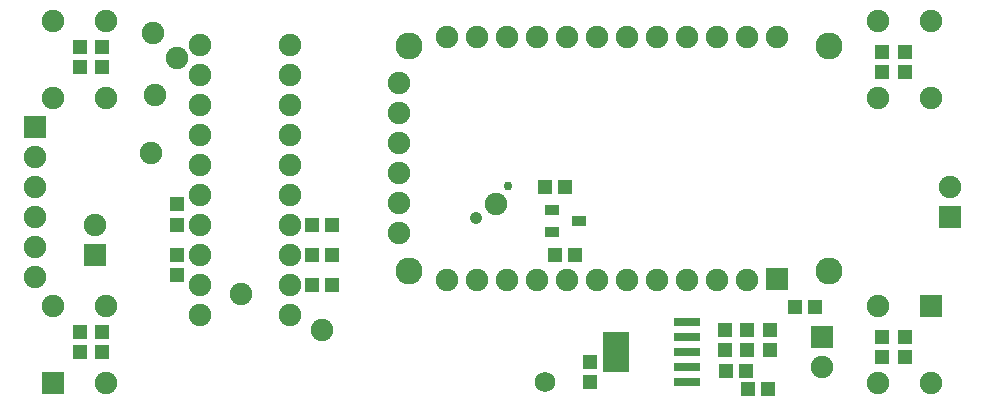
<source format=gbr>
G04 DipTrace 2.4.0.2*
%INBottomMask.gbr*%
%MOIN*%
%ADD31C,0.0295*%
%ADD32C,0.0413*%
%ADD33C,0.09*%
%ADD36R,0.0867X0.134*%
%ADD38R,0.0867X0.0316*%
%ADD40C,0.068*%
%ADD42R,0.0493X0.0336*%
%ADD44C,0.075*%
%ADD46C,0.0749*%
%ADD48R,0.0749X0.0749*%
%ADD54R,0.0513X0.0474*%
%ADD56R,0.0474X0.0513*%
%FSLAX44Y44*%
G04*
G70*
G90*
G75*
G01*
%LNBotMask*%
%LPD*%
D31*
X20469Y11469D3*
D32*
X19411Y10411D3*
D56*
X29190Y6690D3*
Y6021D3*
X27690Y6690D3*
Y6021D3*
X28440Y6690D3*
Y6021D3*
X23190Y4940D3*
Y5609D3*
X6190Y5940D3*
Y6609D3*
X33690Y6440D3*
Y5771D3*
Y15940D3*
Y15271D3*
X6190Y15440D3*
Y16109D3*
D54*
X13940Y8190D3*
X14609D3*
X13940Y10190D3*
X14609D3*
D56*
X9440Y9190D3*
Y8521D3*
D54*
X13940Y9190D3*
X14609D3*
D56*
X9440Y10190D3*
Y10859D3*
D48*
X6690Y9190D3*
D46*
Y10190D3*
D48*
X30940Y6440D3*
D46*
Y5440D3*
D48*
X4690Y13440D3*
D46*
Y12440D3*
Y11440D3*
Y10440D3*
Y9440D3*
Y8440D3*
D48*
X35190Y10440D3*
D46*
Y11440D3*
D48*
X29440Y8360D3*
D46*
X28440Y8355D3*
X27440D3*
X26440D3*
X25440D3*
X24440D3*
X23440D3*
X22440D3*
X21440D3*
X20440D3*
X19440D3*
X18440D3*
X16840Y9900D3*
Y10900D3*
Y11900D3*
Y12900D3*
Y13900D3*
Y14900D3*
X18440Y16440D3*
X19440D3*
X20440D3*
X21440D3*
X22440D3*
X23440D3*
X24440D3*
X25440D3*
X26440D3*
X27440D3*
X28440D3*
X29440D3*
D33*
X31170Y8650D3*
Y16150D3*
X17170Y8650D3*
Y16150D3*
D44*
X9440Y15753D3*
X8627Y16565D3*
X8690Y14503D3*
X20065Y10878D3*
X14252Y6690D3*
X11565Y7878D3*
X8565Y12565D3*
D42*
X21940Y9940D3*
Y10688D3*
X22846Y10314D3*
D54*
X27740Y5300D3*
X28409D3*
X30690Y7440D3*
X30021D3*
X28460Y4700D3*
X29129D3*
X21690Y11440D3*
X22359D3*
X22690Y9190D3*
X22021D3*
D56*
X32940Y6440D3*
Y5771D3*
X6940Y15440D3*
Y16109D3*
Y5940D3*
Y6609D3*
X32940Y15940D3*
Y15271D3*
D46*
X34576Y16970D3*
X32804D3*
Y14410D3*
X34576D3*
D48*
Y7470D3*
D46*
X32804D3*
Y4910D3*
X34576D3*
X5304Y14410D3*
X7076D3*
Y16970D3*
X5304D3*
D48*
Y4910D3*
D46*
X7076D3*
Y7470D3*
X5304D3*
D40*
X21690Y4940D3*
D38*
X26440Y6940D3*
Y6440D3*
Y5940D3*
Y5440D3*
Y4940D3*
D36*
X24078Y5940D3*
D46*
X10190Y7190D3*
Y8190D3*
Y9190D3*
Y10190D3*
Y11190D3*
Y12190D3*
Y13190D3*
Y14190D3*
Y15190D3*
Y16190D3*
X13190Y7190D3*
Y8190D3*
Y9190D3*
Y10190D3*
Y11190D3*
Y12190D3*
Y13190D3*
Y14190D3*
Y15190D3*
Y16190D3*
M02*

</source>
